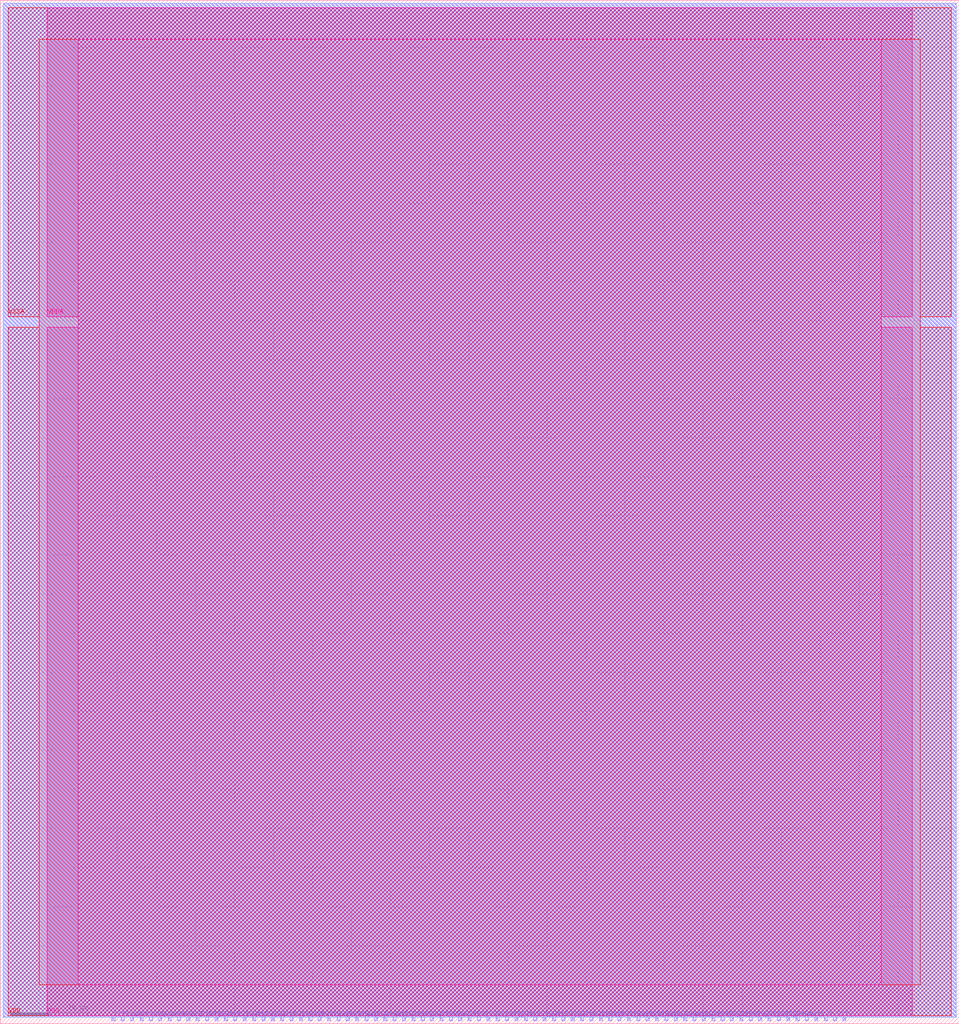
<source format=lef>
VERSION 5.7 ;
BUSBITCHARS "[]" ;
DIVIDERCHAR "/" ;

MACRO umcL65_LL_FLL
  CLASS BLOCK ;
  ORIGIN 0 0 ;
  FOREIGN umcL65_LL_FLL 0 0 ;
  SIZE 122.8 BY 131 ;
  PIN VDDA
    DIRECTION INOUT ;
    USE POWER ;
    PORT
      LAYER ME6 ;
        POLYGON 6 90.51 6 130 116.8 130 116.8 90.51 112.8 90.51 112.8 126 10 126 10 90.51 ;
    END
  END VDDA
  PIN VSSA
    DIRECTION INOUT ;
    USE GROUND ;
    PORT
      LAYER ME5 ;
        POLYGON 1 90.51 1 130 121.8 130 121.8 90.51 117.8 90.51 117.8 126 5 126 5 90.51 ;
    END
  END VSSA
  PIN VSS
    DIRECTION INOUT ;
    USE GROUND ;
    PORT
      LAYER ME6 ;
        POLYGON 6 89.16 6 1 116.8 1 116.8 89.16 112.8 89.16 112.8 5 10 5 10 89.16 ;
    END
  END VSS
  PIN VDD
    DIRECTION INOUT ;
    USE POWER ;
    PORT
      LAYER ME5 ;
        POLYGON 1 89.16 5 89.16 5 5 117.8 5 117.8 89.16 121.8 89.16 121.8 1 1 1 ;
    END
  END VDD
  PIN FLLCLK
    DIRECTION INOUT ;
    USE SIGNAL ;
    PORT
      LAYER ME3 ;
        RECT 14.3 0.4 14.7 0.8 ;
    END
    PORT
      LAYER ME2 ;
        RECT 14.3 0.4 14.7 0.8 ;
    END
  END FLLCLK
  PIN FLLOE
    DIRECTION INOUT ;
    USE SIGNAL ;
    PORT
      LAYER ME3 ;
        RECT 15.5 0.4 15.9 0.8 ;
    END
    PORT
      LAYER ME2 ;
        RECT 15.5 0.4 15.9 0.8 ;
    END
  END FLLOE
  PIN LOCK
    DIRECTION INOUT ;
    USE SIGNAL ;
    PORT
      LAYER ME3 ;
        RECT 16.7 0.4 17.1 0.8 ;
    END
    PORT
      LAYER ME2 ;
        RECT 16.7 0.4 17.1 0.8 ;
    END
  END LOCK
  PIN CFGREQ
    DIRECTION INOUT ;
    USE SIGNAL ;
    PORT
      LAYER ME3 ;
        RECT 17.9 0.4 18.3 0.8 ;
    END
    PORT
      LAYER ME2 ;
        RECT 17.9 0.4 18.3 0.8 ;
    END
  END CFGREQ
  PIN CFGACK
    DIRECTION INOUT ;
    USE SIGNAL ;
    PORT
      LAYER ME3 ;
        RECT 19.1 0.4 19.5 0.8 ;
    END
    PORT
      LAYER ME2 ;
        RECT 19.1 0.4 19.5 0.8 ;
    END
  END CFGACK
  PIN CFGWEB
    DIRECTION INOUT ;
    USE SIGNAL ;
    PORT
      LAYER ME3 ;
        RECT 20.3 0.4 20.7 0.8 ;
    END
    PORT
      LAYER ME2 ;
        RECT 20.3 0.4 20.7 0.8 ;
    END
  END CFGWEB
  PIN CFGAD[1]
    DIRECTION INOUT ;
    USE SIGNAL ;
    PORT
      LAYER ME3 ;
        RECT 21.5 0.4 21.9 0.8 ;
    END
    PORT
      LAYER ME2 ;
        RECT 21.5 0.4 21.9 0.8 ;
    END
  END CFGAD[1]
  PIN CFGAD[0]
    DIRECTION INOUT ;
    USE SIGNAL ;
    PORT
      LAYER ME3 ;
        RECT 22.7 0.4 23.1 0.8 ;
    END
    PORT
      LAYER ME2 ;
        RECT 22.7 0.4 23.1 0.8 ;
    END
  END CFGAD[0]
  PIN CFGD[31]
    DIRECTION INOUT ;
    USE SIGNAL ;
    PORT
      LAYER ME3 ;
        RECT 23.9 0.4 24.3 0.8 ;
    END
    PORT
      LAYER ME2 ;
        RECT 23.9 0.4 24.3 0.8 ;
    END
  END CFGD[31]
  PIN CFGD[30]
    DIRECTION INOUT ;
    USE SIGNAL ;
    PORT
      LAYER ME3 ;
        RECT 25.1 0.4 25.5 0.8 ;
    END
    PORT
      LAYER ME2 ;
        RECT 25.1 0.4 25.5 0.8 ;
    END
  END CFGD[30]
  PIN CFGD[29]
    DIRECTION INOUT ;
    USE SIGNAL ;
    PORT
      LAYER ME3 ;
        RECT 26.3 0.4 26.7 0.8 ;
    END
    PORT
      LAYER ME2 ;
        RECT 26.3 0.4 26.7 0.8 ;
    END
  END CFGD[29]
  PIN CFGD[28]
    DIRECTION INOUT ;
    USE SIGNAL ;
    PORT
      LAYER ME3 ;
        RECT 27.5 0.4 27.9 0.8 ;
    END
    PORT
      LAYER ME2 ;
        RECT 27.5 0.4 27.9 0.8 ;
    END
  END CFGD[28]
  PIN CFGD[27]
    DIRECTION INOUT ;
    USE SIGNAL ;
    PORT
      LAYER ME3 ;
        RECT 28.7 0.4 29.1 0.8 ;
    END
    PORT
      LAYER ME2 ;
        RECT 28.7 0.4 29.1 0.8 ;
    END
  END CFGD[27]
  PIN CFGD[26]
    DIRECTION INOUT ;
    USE SIGNAL ;
    PORT
      LAYER ME3 ;
        RECT 29.9 0.4 30.3 0.8 ;
    END
    PORT
      LAYER ME2 ;
        RECT 29.9 0.4 30.3 0.8 ;
    END
  END CFGD[26]
  PIN CFGD[25]
    DIRECTION INOUT ;
    USE SIGNAL ;
    PORT
      LAYER ME3 ;
        RECT 31.1 0.4 31.5 0.8 ;
    END
    PORT
      LAYER ME2 ;
        RECT 31.1 0.4 31.5 0.8 ;
    END
  END CFGD[25]
  PIN CFGD[24]
    DIRECTION INOUT ;
    USE SIGNAL ;
    PORT
      LAYER ME3 ;
        RECT 32.3 0.4 32.7 0.8 ;
    END
    PORT
      LAYER ME2 ;
        RECT 32.3 0.4 32.7 0.8 ;
    END
  END CFGD[24]
  PIN CFGD[23]
    DIRECTION INOUT ;
    USE SIGNAL ;
    PORT
      LAYER ME3 ;
        RECT 33.5 0.4 33.9 0.8 ;
    END
    PORT
      LAYER ME2 ;
        RECT 33.5 0.4 33.9 0.8 ;
    END
  END CFGD[23]
  PIN CFGD[22]
    DIRECTION INOUT ;
    USE SIGNAL ;
    PORT
      LAYER ME3 ;
        RECT 34.7 0.4 35.1 0.8 ;
    END
    PORT
      LAYER ME2 ;
        RECT 34.7 0.4 35.1 0.8 ;
    END
  END CFGD[22]
  PIN CFGD[21]
    DIRECTION INOUT ;
    USE SIGNAL ;
    PORT
      LAYER ME3 ;
        RECT 35.9 0.4 36.3 0.8 ;
    END
    PORT
      LAYER ME2 ;
        RECT 35.9 0.4 36.3 0.8 ;
    END
  END CFGD[21]
  PIN CFGD[20]
    DIRECTION INOUT ;
    USE SIGNAL ;
    PORT
      LAYER ME3 ;
        RECT 37.1 0.4 37.5 0.8 ;
    END
    PORT
      LAYER ME2 ;
        RECT 37.1 0.4 37.5 0.8 ;
    END
  END CFGD[20]
  PIN CFGD[19]
    DIRECTION INOUT ;
    USE SIGNAL ;
    PORT
      LAYER ME3 ;
        RECT 38.3 0.4 38.7 0.8 ;
    END
    PORT
      LAYER ME2 ;
        RECT 38.3 0.4 38.7 0.8 ;
    END
  END CFGD[19]
  PIN CFGD[18]
    DIRECTION INOUT ;
    USE SIGNAL ;
    PORT
      LAYER ME3 ;
        RECT 39.5 0.4 39.9 0.8 ;
    END
    PORT
      LAYER ME2 ;
        RECT 39.5 0.4 39.9 0.8 ;
    END
  END CFGD[18]
  PIN CFGD[17]
    DIRECTION INOUT ;
    USE SIGNAL ;
    PORT
      LAYER ME3 ;
        RECT 40.7 0.4 41.1 0.8 ;
    END
    PORT
      LAYER ME2 ;
        RECT 40.7 0.4 41.1 0.8 ;
    END
  END CFGD[17]
  PIN CFGD[16]
    DIRECTION INOUT ;
    USE SIGNAL ;
    PORT
      LAYER ME3 ;
        RECT 41.9 0.4 42.3 0.8 ;
    END
    PORT
      LAYER ME2 ;
        RECT 41.9 0.4 42.3 0.8 ;
    END
  END CFGD[16]
  PIN CFGD[15]
    DIRECTION INOUT ;
    USE SIGNAL ;
    PORT
      LAYER ME3 ;
        RECT 43.1 0.4 43.5 0.8 ;
    END
    PORT
      LAYER ME2 ;
        RECT 43.1 0.4 43.5 0.8 ;
    END
  END CFGD[15]
  PIN CFGD[14]
    DIRECTION INOUT ;
    USE SIGNAL ;
    PORT
      LAYER ME3 ;
        RECT 44.3 0.4 44.7 0.8 ;
    END
    PORT
      LAYER ME2 ;
        RECT 44.3 0.4 44.7 0.8 ;
    END
  END CFGD[14]
  PIN CFGD[13]
    DIRECTION INOUT ;
    USE SIGNAL ;
    PORT
      LAYER ME3 ;
        RECT 45.5 0.4 45.9 0.8 ;
    END
    PORT
      LAYER ME2 ;
        RECT 45.5 0.4 45.9 0.8 ;
    END
  END CFGD[13]
  PIN CFGD[12]
    DIRECTION INOUT ;
    USE SIGNAL ;
    PORT
      LAYER ME3 ;
        RECT 46.7 0.4 47.1 0.8 ;
    END
    PORT
      LAYER ME2 ;
        RECT 46.7 0.4 47.1 0.8 ;
    END
  END CFGD[12]
  PIN CFGD[11]
    DIRECTION INOUT ;
    USE SIGNAL ;
    PORT
      LAYER ME3 ;
        RECT 47.9 0.4 48.3 0.8 ;
    END
    PORT
      LAYER ME2 ;
        RECT 47.9 0.4 48.3 0.8 ;
    END
  END CFGD[11]
  PIN CFGD[10]
    DIRECTION INOUT ;
    USE SIGNAL ;
    PORT
      LAYER ME3 ;
        RECT 49.1 0.4 49.5 0.8 ;
    END
    PORT
      LAYER ME2 ;
        RECT 49.1 0.4 49.5 0.8 ;
    END
  END CFGD[10]
  PIN CFGD[9]
    DIRECTION INOUT ;
    USE SIGNAL ;
    PORT
      LAYER ME3 ;
        RECT 50.3 0.4 50.7 0.8 ;
    END
    PORT
      LAYER ME2 ;
        RECT 50.3 0.4 50.7 0.8 ;
    END
  END CFGD[9]
  PIN CFGD[8]
    DIRECTION INOUT ;
    USE SIGNAL ;
    PORT
      LAYER ME3 ;
        RECT 51.5 0.4 51.9 0.8 ;
    END
    PORT
      LAYER ME2 ;
        RECT 51.5 0.4 51.9 0.8 ;
    END
  END CFGD[8]
  PIN CFGD[7]
    DIRECTION INOUT ;
    USE SIGNAL ;
    PORT
      LAYER ME3 ;
        RECT 52.7 0.4 53.1 0.8 ;
    END
    PORT
      LAYER ME2 ;
        RECT 52.7 0.4 53.1 0.8 ;
    END
  END CFGD[7]
  PIN CFGD[6]
    DIRECTION INOUT ;
    USE SIGNAL ;
    PORT
      LAYER ME3 ;
        RECT 53.9 0.4 54.3 0.8 ;
    END
    PORT
      LAYER ME2 ;
        RECT 53.9 0.4 54.3 0.8 ;
    END
  END CFGD[6]
  PIN CFGD[5]
    DIRECTION INOUT ;
    USE SIGNAL ;
    PORT
      LAYER ME3 ;
        RECT 55.1 0.4 55.5 0.8 ;
    END
    PORT
      LAYER ME2 ;
        RECT 55.1 0.4 55.5 0.8 ;
    END
  END CFGD[5]
  PIN CFGD[4]
    DIRECTION INOUT ;
    USE SIGNAL ;
    PORT
      LAYER ME3 ;
        RECT 56.3 0.4 56.7 0.8 ;
    END
    PORT
      LAYER ME2 ;
        RECT 56.3 0.4 56.7 0.8 ;
    END
  END CFGD[4]
  PIN CFGD[3]
    DIRECTION INOUT ;
    USE SIGNAL ;
    PORT
      LAYER ME3 ;
        RECT 57.5 0.4 57.9 0.8 ;
    END
    PORT
      LAYER ME2 ;
        RECT 57.5 0.4 57.9 0.8 ;
    END
  END CFGD[3]
  PIN CFGD[2]
    DIRECTION INOUT ;
    USE SIGNAL ;
    PORT
      LAYER ME3 ;
        RECT 58.7 0.4 59.1 0.8 ;
    END
    PORT
      LAYER ME2 ;
        RECT 58.7 0.4 59.1 0.8 ;
    END
  END CFGD[2]
  PIN CFGD[1]
    DIRECTION INOUT ;
    USE SIGNAL ;
    PORT
      LAYER ME3 ;
        RECT 59.9 0.4 60.3 0.8 ;
    END
    PORT
      LAYER ME2 ;
        RECT 59.9 0.4 60.3 0.8 ;
    END
  END CFGD[1]
  PIN CFGD[0]
    DIRECTION INOUT ;
    USE SIGNAL ;
    PORT
      LAYER ME3 ;
        RECT 61.1 0.4 61.5 0.8 ;
    END
    PORT
      LAYER ME2 ;
        RECT 61.1 0.4 61.5 0.8 ;
    END
  END CFGD[0]
  PIN CFGQ[31]
    DIRECTION INOUT ;
    USE SIGNAL ;
    PORT
      LAYER ME3 ;
        RECT 62.3 0.4 62.7 0.8 ;
    END
    PORT
      LAYER ME2 ;
        RECT 62.3 0.4 62.7 0.8 ;
    END
  END CFGQ[31]
  PIN CFGQ[30]
    DIRECTION INOUT ;
    USE SIGNAL ;
    PORT
      LAYER ME3 ;
        RECT 63.5 0.4 63.9 0.8 ;
    END
    PORT
      LAYER ME2 ;
        RECT 63.5 0.4 63.9 0.8 ;
    END
  END CFGQ[30]
  PIN CFGQ[29]
    DIRECTION INOUT ;
    USE SIGNAL ;
    PORT
      LAYER ME3 ;
        RECT 64.7 0.4 65.1 0.8 ;
    END
    PORT
      LAYER ME2 ;
        RECT 64.7 0.4 65.1 0.8 ;
    END
  END CFGQ[29]
  PIN CFGQ[28]
    DIRECTION INOUT ;
    USE SIGNAL ;
    PORT
      LAYER ME3 ;
        RECT 65.9 0.4 66.3 0.8 ;
    END
    PORT
      LAYER ME2 ;
        RECT 65.9 0.4 66.3 0.8 ;
    END
  END CFGQ[28]
  PIN CFGQ[27]
    DIRECTION INOUT ;
    USE SIGNAL ;
    PORT
      LAYER ME3 ;
        RECT 67.1 0.4 67.5 0.8 ;
    END
    PORT
      LAYER ME2 ;
        RECT 67.1 0.4 67.5 0.8 ;
    END
  END CFGQ[27]
  PIN CFGQ[26]
    DIRECTION INOUT ;
    USE SIGNAL ;
    PORT
      LAYER ME3 ;
        RECT 68.3 0.4 68.7 0.8 ;
    END
    PORT
      LAYER ME2 ;
        RECT 68.3 0.4 68.7 0.8 ;
    END
  END CFGQ[26]
  PIN CFGQ[25]
    DIRECTION INOUT ;
    USE SIGNAL ;
    PORT
      LAYER ME3 ;
        RECT 69.5 0.4 69.9 0.8 ;
    END
    PORT
      LAYER ME2 ;
        RECT 69.5 0.4 69.9 0.8 ;
    END
  END CFGQ[25]
  PIN CFGQ[24]
    DIRECTION INOUT ;
    USE SIGNAL ;
    PORT
      LAYER ME3 ;
        RECT 70.7 0.4 71.1 0.8 ;
    END
    PORT
      LAYER ME2 ;
        RECT 70.7 0.4 71.1 0.8 ;
    END
  END CFGQ[24]
  PIN CFGQ[23]
    DIRECTION INOUT ;
    USE SIGNAL ;
    PORT
      LAYER ME3 ;
        RECT 71.9 0.4 72.3 0.8 ;
    END
    PORT
      LAYER ME2 ;
        RECT 71.9 0.4 72.3 0.8 ;
    END
  END CFGQ[23]
  PIN CFGQ[22]
    DIRECTION INOUT ;
    USE SIGNAL ;
    PORT
      LAYER ME3 ;
        RECT 73.1 0.4 73.5 0.8 ;
    END
    PORT
      LAYER ME2 ;
        RECT 73.1 0.4 73.5 0.8 ;
    END
  END CFGQ[22]
  PIN CFGQ[21]
    DIRECTION INOUT ;
    USE SIGNAL ;
    PORT
      LAYER ME3 ;
        RECT 74.3 0.4 74.7 0.8 ;
    END
    PORT
      LAYER ME2 ;
        RECT 74.3 0.4 74.7 0.8 ;
    END
  END CFGQ[21]
  PIN CFGQ[20]
    DIRECTION INOUT ;
    USE SIGNAL ;
    PORT
      LAYER ME3 ;
        RECT 75.5 0.4 75.9 0.8 ;
    END
    PORT
      LAYER ME2 ;
        RECT 75.5 0.4 75.9 0.8 ;
    END
  END CFGQ[20]
  PIN CFGQ[19]
    DIRECTION INOUT ;
    USE SIGNAL ;
    PORT
      LAYER ME3 ;
        RECT 76.7 0.4 77.1 0.8 ;
    END
    PORT
      LAYER ME2 ;
        RECT 76.7 0.4 77.1 0.8 ;
    END
  END CFGQ[19]
  PIN CFGQ[18]
    DIRECTION INOUT ;
    USE SIGNAL ;
    PORT
      LAYER ME3 ;
        RECT 77.9 0.4 78.3 0.8 ;
    END
    PORT
      LAYER ME2 ;
        RECT 77.9 0.4 78.3 0.8 ;
    END
  END CFGQ[18]
  PIN CFGQ[17]
    DIRECTION INOUT ;
    USE SIGNAL ;
    PORT
      LAYER ME3 ;
        RECT 79.1 0.4 79.5 0.8 ;
    END
    PORT
      LAYER ME2 ;
        RECT 79.1 0.4 79.5 0.8 ;
    END
  END CFGQ[17]
  PIN CFGQ[16]
    DIRECTION INOUT ;
    USE SIGNAL ;
    PORT
      LAYER ME3 ;
        RECT 80.3 0.4 80.7 0.8 ;
    END
    PORT
      LAYER ME2 ;
        RECT 80.3 0.4 80.7 0.8 ;
    END
  END CFGQ[16]
  PIN CFGQ[15]
    DIRECTION INOUT ;
    USE SIGNAL ;
    PORT
      LAYER ME3 ;
        RECT 81.5 0.4 81.9 0.8 ;
    END
    PORT
      LAYER ME2 ;
        RECT 81.5 0.4 81.9 0.8 ;
    END
  END CFGQ[15]
  PIN CFGQ[14]
    DIRECTION INOUT ;
    USE SIGNAL ;
    PORT
      LAYER ME3 ;
        RECT 82.7 0.4 83.1 0.8 ;
    END
    PORT
      LAYER ME2 ;
        RECT 82.7 0.4 83.1 0.8 ;
    END
  END CFGQ[14]
  PIN CFGQ[13]
    DIRECTION INOUT ;
    USE SIGNAL ;
    PORT
      LAYER ME3 ;
        RECT 83.9 0.4 84.3 0.8 ;
    END
    PORT
      LAYER ME2 ;
        RECT 83.9 0.4 84.3 0.8 ;
    END
  END CFGQ[13]
  PIN CFGQ[12]
    DIRECTION INOUT ;
    USE SIGNAL ;
    PORT
      LAYER ME3 ;
        RECT 85.1 0.4 85.5 0.8 ;
    END
    PORT
      LAYER ME2 ;
        RECT 85.1 0.4 85.5 0.8 ;
    END
  END CFGQ[12]
  PIN CFGQ[11]
    DIRECTION INOUT ;
    USE SIGNAL ;
    PORT
      LAYER ME3 ;
        RECT 86.3 0.4 86.7 0.8 ;
    END
    PORT
      LAYER ME2 ;
        RECT 86.3 0.4 86.7 0.8 ;
    END
  END CFGQ[11]
  PIN CFGQ[10]
    DIRECTION INOUT ;
    USE SIGNAL ;
    PORT
      LAYER ME3 ;
        RECT 87.5 0.4 87.9 0.8 ;
    END
    PORT
      LAYER ME2 ;
        RECT 87.5 0.4 87.9 0.8 ;
    END
  END CFGQ[10]
  PIN CFGQ[9]
    DIRECTION INOUT ;
    USE SIGNAL ;
    PORT
      LAYER ME3 ;
        RECT 88.7 0.4 89.1 0.8 ;
    END
    PORT
      LAYER ME2 ;
        RECT 88.7 0.4 89.1 0.8 ;
    END
  END CFGQ[9]
  PIN CFGQ[8]
    DIRECTION INOUT ;
    USE SIGNAL ;
    PORT
      LAYER ME3 ;
        RECT 89.9 0.4 90.3 0.8 ;
    END
    PORT
      LAYER ME2 ;
        RECT 89.9 0.4 90.3 0.8 ;
    END
  END CFGQ[8]
  PIN CFGQ[7]
    DIRECTION INOUT ;
    USE SIGNAL ;
    PORT
      LAYER ME3 ;
        RECT 91.1 0.4 91.5 0.8 ;
    END
    PORT
      LAYER ME2 ;
        RECT 91.1 0.4 91.5 0.8 ;
    END
  END CFGQ[7]
  PIN CFGQ[6]
    DIRECTION INOUT ;
    USE SIGNAL ;
    PORT
      LAYER ME3 ;
        RECT 92.3 0.4 92.7 0.8 ;
    END
    PORT
      LAYER ME2 ;
        RECT 92.3 0.4 92.7 0.8 ;
    END
  END CFGQ[6]
  PIN CFGQ[5]
    DIRECTION INOUT ;
    USE SIGNAL ;
    PORT
      LAYER ME3 ;
        RECT 93.5 0.4 93.9 0.8 ;
    END
    PORT
      LAYER ME2 ;
        RECT 93.5 0.4 93.9 0.8 ;
    END
  END CFGQ[5]
  PIN CFGQ[4]
    DIRECTION INOUT ;
    USE SIGNAL ;
    PORT
      LAYER ME3 ;
        RECT 94.7 0.4 95.1 0.8 ;
    END
    PORT
      LAYER ME2 ;
        RECT 94.7 0.4 95.1 0.8 ;
    END
  END CFGQ[4]
  PIN CFGQ[3]
    DIRECTION INOUT ;
    USE SIGNAL ;
    PORT
      LAYER ME3 ;
        RECT 95.9 0.4 96.3 0.8 ;
    END
    PORT
      LAYER ME2 ;
        RECT 95.9 0.4 96.3 0.8 ;
    END
  END CFGQ[3]
  PIN CFGQ[2]
    DIRECTION INOUT ;
    USE SIGNAL ;
    PORT
      LAYER ME3 ;
        RECT 97.1 0.4 97.5 0.8 ;
    END
    PORT
      LAYER ME2 ;
        RECT 97.1 0.4 97.5 0.8 ;
    END
  END CFGQ[2]
  PIN CFGQ[1]
    DIRECTION INOUT ;
    USE SIGNAL ;
    PORT
      LAYER ME3 ;
        RECT 98.3 0.4 98.7 0.8 ;
    END
    PORT
      LAYER ME2 ;
        RECT 98.3 0.4 98.7 0.8 ;
    END
  END CFGQ[1]
  PIN CFGQ[0]
    DIRECTION INOUT ;
    USE SIGNAL ;
    PORT
      LAYER ME3 ;
        RECT 99.5 0.4 99.9 0.8 ;
    END
    PORT
      LAYER ME2 ;
        RECT 99.5 0.4 99.9 0.8 ;
    END
  END CFGQ[0]
  PIN REFCLK
    DIRECTION INOUT ;
    USE SIGNAL ;
    PORT
      LAYER ME3 ;
        RECT 100.7 0.4 101.1 0.8 ;
    END
    PORT
      LAYER ME2 ;
        RECT 100.7 0.4 101.1 0.8 ;
    END
  END REFCLK
  PIN RSTB
    DIRECTION INOUT ;
    USE SIGNAL ;
    PORT
      LAYER ME3 ;
        RECT 101.9 0.4 102.3 0.8 ;
    END
    PORT
      LAYER ME2 ;
        RECT 101.9 0.4 102.3 0.8 ;
    END
  END RSTB
  PIN PWDB
    DIRECTION INOUT ;
    USE SIGNAL ;
    PORT
      LAYER ME3 ;
        RECT 103.1 0.4 103.5 0.8 ;
    END
    PORT
      LAYER ME2 ;
        RECT 103.1 0.4 103.5 0.8 ;
    END
  END PWDB
  PIN TM
    DIRECTION INOUT ;
    USE SIGNAL ;
    PORT
      LAYER ME3 ;
        RECT 104.3 0.4 104.7 0.8 ;
    END
    PORT
      LAYER ME2 ;
        RECT 104.3 0.4 104.7 0.8 ;
    END
  END TM
  PIN TE
    DIRECTION INOUT ;
    USE SIGNAL ;
    PORT
      LAYER ME3 ;
        RECT 105.5 0.4 105.9 0.8 ;
    END
    PORT
      LAYER ME2 ;
        RECT 105.5 0.4 105.9 0.8 ;
    END
  END TE
  PIN TD
    DIRECTION INOUT ;
    USE SIGNAL ;
    PORT
      LAYER ME3 ;
        RECT 106.7 0.4 107.1 0.8 ;
    END
    PORT
      LAYER ME2 ;
        RECT 106.7 0.4 107.1 0.8 ;
    END
  END TD
  PIN TQ
    DIRECTION INOUT ;
    USE SIGNAL ;
    PORT
      LAYER ME3 ;
        RECT 107.9 0.4 108.3 0.8 ;
    END
    PORT
      LAYER ME2 ;
        RECT 107.9 0.4 108.3 0.8 ;
    END
  END TQ
  OBS
    LAYER ME1 ;
      RECT 0.4 0.8 122.4 130.6 ;
    LAYER ME2 ;
      RECT 0.4 0.8 122.4 130.6 ;
    LAYER ME3 ;
      RECT 0.4 0.8 122.4 130.6 ;
    LAYER ME5 ;
      RECT 5 5 117.8 126 ;
    LAYER ME4 ;
      RECT 0.4 0.8 122.4 130.6 ;
    LAYER ME6 ;
      RECT 10 5 112.8 126 ;
  END
END umcL65_LL_FLL

END LIBRARY

</source>
